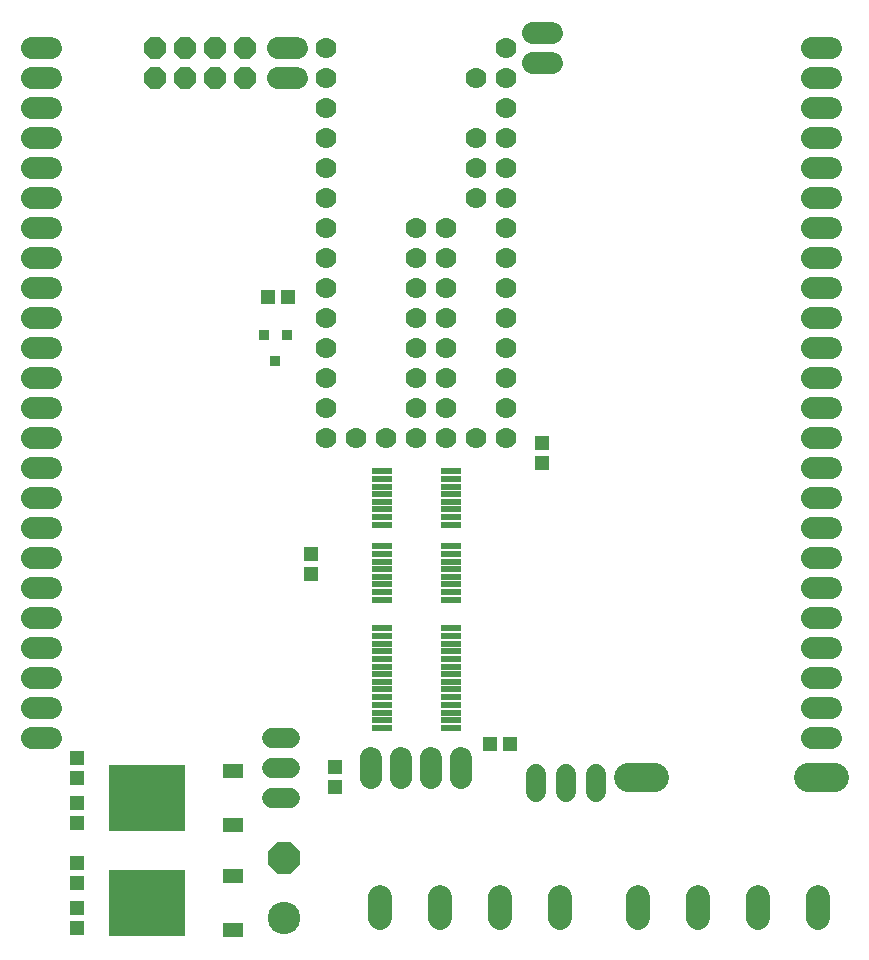
<source format=gts>
G75*
%MOIN*%
%OFA0B0*%
%FSLAX24Y24*%
%IPPOS*%
%LPD*%
%AMOC8*
5,1,8,0,0,1.08239X$1,22.5*
%
%ADD10C,0.1080*%
%ADD11OC8,0.1080*%
%ADD12R,0.0474X0.0513*%
%ADD13C,0.0965*%
%ADD14R,0.2521X0.2206*%
%ADD15R,0.0710X0.0474*%
%ADD16C,0.0680*%
%ADD17R,0.0380X0.0380*%
%ADD18R,0.0513X0.0474*%
%ADD19C,0.0720*%
%ADD20OC8,0.0720*%
%ADD21C,0.0700*%
%ADD22R,0.0660X0.0220*%
%ADD23C,0.0790*%
D10*
X010050Y002400D03*
D11*
X010050Y004400D03*
D12*
X003150Y002065D03*
X003150Y002735D03*
X003150Y003565D03*
X003150Y004235D03*
X003150Y005565D03*
X003150Y006235D03*
X003150Y007065D03*
X003150Y007735D03*
X016915Y008200D03*
X017585Y008200D03*
X010185Y023100D03*
X009515Y023100D03*
D13*
X021508Y007100D02*
X022393Y007100D01*
X027508Y007100D02*
X028393Y007100D01*
D14*
X005466Y006400D03*
X005466Y002900D03*
D15*
X008340Y002002D03*
X008340Y003798D03*
X008340Y005502D03*
X008340Y007298D03*
D16*
X009650Y007400D02*
X010250Y007400D01*
X010250Y006400D02*
X009650Y006400D01*
X009650Y008400D02*
X010250Y008400D01*
X018450Y007200D02*
X018450Y006600D01*
X019450Y006600D02*
X019450Y007200D01*
X020450Y007200D02*
X020450Y006600D01*
D17*
X009740Y020980D03*
X009380Y021834D03*
X010136Y021834D03*
D18*
X010950Y014535D03*
X010950Y013865D03*
X011750Y007435D03*
X011750Y006765D03*
X018650Y017565D03*
X018650Y018235D03*
D19*
X027630Y018400D02*
X028270Y018400D01*
X028270Y017400D02*
X027630Y017400D01*
X027630Y016400D02*
X028270Y016400D01*
X028270Y015400D02*
X027630Y015400D01*
X027630Y014400D02*
X028270Y014400D01*
X028270Y013400D02*
X027630Y013400D01*
X027630Y012400D02*
X028270Y012400D01*
X028270Y011400D02*
X027630Y011400D01*
X027630Y010400D02*
X028270Y010400D01*
X028270Y009400D02*
X027630Y009400D01*
X027630Y008400D02*
X028270Y008400D01*
X028270Y019400D02*
X027630Y019400D01*
X027630Y020400D02*
X028270Y020400D01*
X028270Y021400D02*
X027630Y021400D01*
X027630Y022400D02*
X028270Y022400D01*
X028270Y023400D02*
X027630Y023400D01*
X027630Y024400D02*
X028270Y024400D01*
X028270Y025400D02*
X027630Y025400D01*
X027630Y026400D02*
X028270Y026400D01*
X028270Y027400D02*
X027630Y027400D01*
X027630Y028400D02*
X028270Y028400D01*
X028270Y029400D02*
X027630Y029400D01*
X027630Y030400D02*
X028270Y030400D01*
X028270Y031400D02*
X027630Y031400D01*
X018970Y030900D02*
X018330Y030900D01*
X018330Y031900D02*
X018970Y031900D01*
X010470Y031400D02*
X009830Y031400D01*
X009830Y030400D02*
X010470Y030400D01*
X002270Y030400D02*
X001630Y030400D01*
X001630Y029400D02*
X002270Y029400D01*
X002270Y028400D02*
X001630Y028400D01*
X001630Y027400D02*
X002270Y027400D01*
X002270Y026400D02*
X001630Y026400D01*
X001630Y025400D02*
X002270Y025400D01*
X002270Y024400D02*
X001630Y024400D01*
X001630Y023400D02*
X002270Y023400D01*
X002270Y022400D02*
X001630Y022400D01*
X001630Y021400D02*
X002270Y021400D01*
X002270Y020400D02*
X001630Y020400D01*
X001630Y019400D02*
X002270Y019400D01*
X002270Y018400D02*
X001630Y018400D01*
X001630Y017400D02*
X002270Y017400D01*
X002270Y016400D02*
X001630Y016400D01*
X001630Y015400D02*
X002270Y015400D01*
X002270Y014400D02*
X001630Y014400D01*
X001630Y013400D02*
X002270Y013400D01*
X002270Y012400D02*
X001630Y012400D01*
X001630Y011400D02*
X002270Y011400D01*
X002270Y010400D02*
X001630Y010400D01*
X001630Y009400D02*
X002270Y009400D01*
X002270Y008400D02*
X001630Y008400D01*
X012950Y007720D02*
X012950Y007080D01*
X013950Y007080D02*
X013950Y007720D01*
X014950Y007720D02*
X014950Y007080D01*
X015950Y007080D02*
X015950Y007720D01*
X002270Y031400D02*
X001630Y031400D01*
D20*
X005750Y031400D03*
X006750Y031400D03*
X007750Y031400D03*
X007750Y030400D03*
X006750Y030400D03*
X005750Y030400D03*
X008750Y030400D03*
X008750Y031400D03*
D21*
X011450Y031400D03*
X011450Y030400D03*
X011450Y029400D03*
X011450Y028400D03*
X011450Y027400D03*
X011450Y026400D03*
X011450Y025400D03*
X011450Y024400D03*
X011450Y023400D03*
X011450Y022400D03*
X011450Y021400D03*
X011450Y020400D03*
X011450Y019400D03*
X011450Y018400D03*
X012450Y018400D03*
X013450Y018400D03*
X014450Y018400D03*
X014450Y019400D03*
X014450Y020400D03*
X014450Y021400D03*
X014450Y022400D03*
X014450Y023400D03*
X014450Y024400D03*
X014450Y025400D03*
X015450Y025400D03*
X015450Y024400D03*
X015450Y023400D03*
X015450Y022400D03*
X015450Y021400D03*
X015450Y020400D03*
X015450Y019400D03*
X015450Y018400D03*
X016450Y018400D03*
X017450Y018400D03*
X017450Y019400D03*
X017450Y020400D03*
X017450Y021400D03*
X017450Y022400D03*
X017450Y023400D03*
X017450Y024400D03*
X017450Y025400D03*
X017450Y026400D03*
X017450Y027400D03*
X017450Y028400D03*
X017450Y029400D03*
X017450Y030400D03*
X016450Y030400D03*
X017450Y031400D03*
X016450Y028400D03*
X016450Y027400D03*
X016450Y026400D03*
D22*
X015600Y017300D03*
X015600Y017040D03*
X015600Y016780D03*
X015600Y016530D03*
X015600Y016270D03*
X015600Y016020D03*
X015600Y015760D03*
X015600Y015500D03*
X015600Y014800D03*
X015600Y014540D03*
X015600Y014280D03*
X015600Y014030D03*
X015600Y013770D03*
X015600Y013520D03*
X015600Y013260D03*
X015600Y013000D03*
X015600Y012060D03*
X015600Y011810D03*
X015600Y011550D03*
X015600Y011300D03*
X015600Y011040D03*
X015600Y010780D03*
X015600Y010530D03*
X015600Y010270D03*
X015600Y010020D03*
X015600Y009760D03*
X015600Y009500D03*
X015600Y009250D03*
X015600Y008990D03*
X015600Y008740D03*
X013300Y008740D03*
X013300Y008990D03*
X013300Y009250D03*
X013300Y009500D03*
X013300Y009760D03*
X013300Y010020D03*
X013300Y010270D03*
X013300Y010530D03*
X013300Y010780D03*
X013300Y011040D03*
X013300Y011300D03*
X013300Y011550D03*
X013300Y011810D03*
X013300Y012060D03*
X013300Y013000D03*
X013300Y013260D03*
X013300Y013520D03*
X013300Y013770D03*
X013300Y014030D03*
X013300Y014280D03*
X013300Y014540D03*
X013300Y014800D03*
X013300Y015500D03*
X013300Y015760D03*
X013300Y016020D03*
X013300Y016270D03*
X013300Y016530D03*
X013300Y016780D03*
X013300Y017040D03*
X013300Y017300D03*
D23*
X013250Y003105D02*
X013250Y002395D01*
X015250Y002395D02*
X015250Y003105D01*
X017250Y003105D02*
X017250Y002395D01*
X019250Y002395D02*
X019250Y003105D01*
X021850Y003105D02*
X021850Y002395D01*
X023850Y002395D02*
X023850Y003105D01*
X025850Y003105D02*
X025850Y002395D01*
X027850Y002395D02*
X027850Y003105D01*
M02*

</source>
